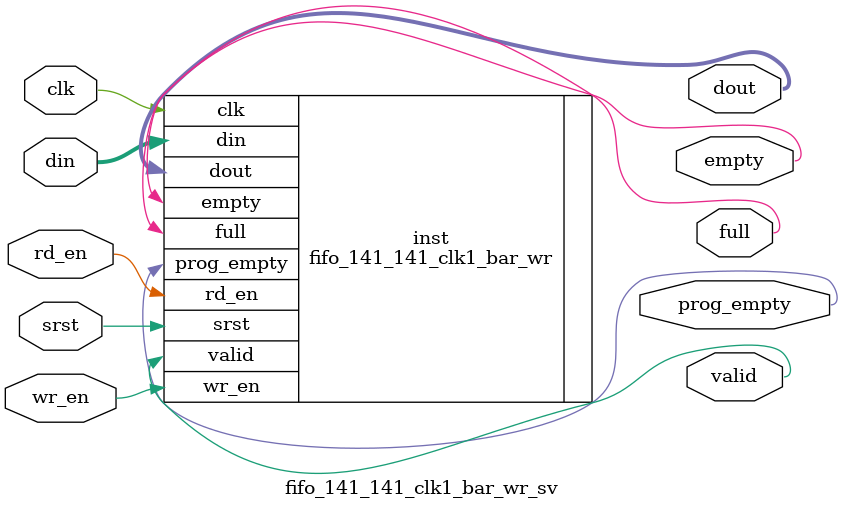
<source format=sv>


`timescale 1ps / 1ps

`include "vivado_interfaces.svh"

module fifo_141_141_clk1_bar_wr_sv (
  (* X_INTERFACE_IGNORE = "true" *)
  input wire clk,
  (* X_INTERFACE_IGNORE = "true" *)
  input wire srst,
  (* X_INTERFACE_IGNORE = "true" *)
  input wire [140:0] din,
  (* X_INTERFACE_IGNORE = "true" *)
  input wire wr_en,
  (* X_INTERFACE_IGNORE = "true" *)
  input wire rd_en,
  (* X_INTERFACE_IGNORE = "true" *)
  output wire [140:0] dout,
  (* X_INTERFACE_IGNORE = "true" *)
  output wire full,
  (* X_INTERFACE_IGNORE = "true" *)
  output wire empty,
  (* X_INTERFACE_IGNORE = "true" *)
  output wire valid,
  (* X_INTERFACE_IGNORE = "true" *)
  output wire prog_empty
);

  fifo_141_141_clk1_bar_wr inst (
    .clk(clk),
    .srst(srst),
    .din(din),
    .wr_en(wr_en),
    .rd_en(rd_en),
    .dout(dout),
    .full(full),
    .empty(empty),
    .valid(valid),
    .prog_empty(prog_empty)
  );

endmodule

</source>
